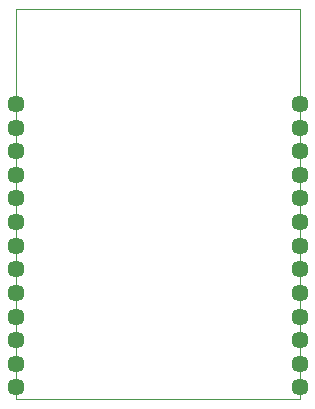
<source format=gbs>
G75*
G70*
%OFA0B0*%
%FSLAX24Y24*%
%IPPOS*%
%LPD*%
%AMOC8*
5,1,8,0,0,1.08239X$1,22.5*
%
%ADD10C,0.0000*%
%ADD11C,0.0572*%
D10*
X000505Y000937D02*
X000505Y013930D01*
X009954Y013930D01*
X009954Y000937D01*
X000505Y000937D01*
D11*
X000505Y001331D03*
X000505Y002119D03*
X000505Y002906D03*
X000505Y003693D03*
X000505Y004481D03*
X000505Y005268D03*
X000505Y006056D03*
X000505Y006843D03*
X000505Y007630D03*
X000505Y008418D03*
X000505Y009205D03*
X000505Y009993D03*
X000505Y010780D03*
X009954Y010780D03*
X009954Y009993D03*
X009954Y009205D03*
X009954Y008418D03*
X009954Y007630D03*
X009954Y006843D03*
X009954Y006056D03*
X009954Y005268D03*
X009954Y004481D03*
X009954Y003693D03*
X009954Y002906D03*
X009954Y002119D03*
X009954Y001331D03*
M02*

</source>
